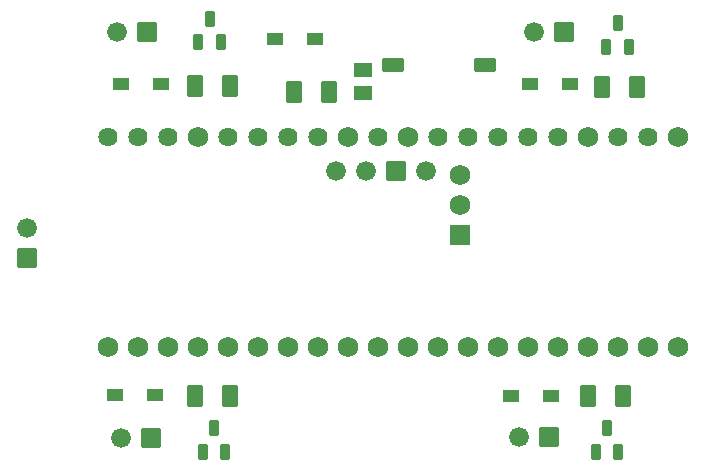
<source format=gts>
G04 Layer: TopSolderMaskLayer*
G04 EasyEDA v6.5.23, 2023-05-02 21:24:27*
G04 e18e553d63b247878dc8903f2d5500c8,4f913e99b9844981aeab8c69eabd27f9,10*
G04 Gerber Generator version 0.2*
G04 Scale: 100 percent, Rotated: No, Reflected: No *
G04 Dimensions in millimeters *
G04 leading zeros omitted , absolute positions ,4 integer and 5 decimal *
%FSLAX45Y45*%
%MOMM*%

%AMMACRO1*1,1,$1,$2,$3*1,1,$1,$4,$5*1,1,$1,0-$2,0-$3*1,1,$1,0-$4,0-$5*20,1,$1,$2,$3,$4,$5,0*20,1,$1,$4,$5,0-$2,0-$3,0*20,1,$1,0-$2,0-$3,0-$4,0-$5,0*20,1,$1,0-$4,0-$5,$2,$3,0*4,1,4,$2,$3,$4,$5,0-$2,0-$3,0-$4,0-$5,$2,$3,0*%
%ADD10MACRO1,0.1016X-0.7874X0.7874X0.7874X0.7874*%
%ADD11C,1.6764*%
%ADD12MACRO1,0.1016X0.7874X-0.7874X-0.7874X-0.7874*%
%ADD13MACRO1,0.1016X0.6X-0.475X-0.6X-0.475*%
%ADD14MACRO1,0.1016X0.7874X0.7874X0.7874X-0.7874*%
%ADD15MACRO1,0.1016X0.875X0.5X0.875X-0.5*%
%ADD16MACRO1,0.1016X0.35X0.625X0.35X-0.625*%
%ADD17MACRO1,0.1016X0.6038X0.8505X0.6038X-0.8505*%
%ADD18MACRO1,0.1016X-0.6038X0.8505X-0.6038X-0.8505*%
%ADD19MACRO1,0.1016X-0.6038X-0.8505X-0.6038X0.8505*%
%ADD20MACRO1,0.1016X0.6038X-0.8505X0.6038X0.8505*%
%ADD21MACRO1,0.1016X0.6885X-0.5663X-0.6885X-0.5663*%
%ADD22MACRO1,0.1016X0.6885X0.5663X-0.6885X0.5663*%
%ADD23C,1.7272*%
%ADD24C,1.6256*%
%ADD25MACRO1,0.2032X-0.762X0.762X0.762X0.762*%
%ADD26MACRO1,0.1016X-0.6X0.475X0.6X0.475*%

%LPD*%
D10*
G01*
X317500Y-2209800D03*
D11*
G01*
X317500Y-1955800D03*
G01*
X3695700Y-1473200D03*
D12*
G01*
X3441700Y-1473200D03*
D11*
G01*
X3187700Y-1473200D03*
G01*
X2933700Y-1473200D03*
D13*
G01*
X2420797Y-355600D03*
G01*
X2760802Y-355600D03*
D11*
G01*
X4483100Y-3721100D03*
D14*
G01*
X4737100Y-3721100D03*
D11*
G01*
X1117600Y-3733800D03*
D14*
G01*
X1371600Y-3733800D03*
D11*
G01*
X1079500Y-292100D03*
D14*
G01*
X1333500Y-292100D03*
D11*
G01*
X4610100Y-292100D03*
D14*
G01*
X4864100Y-292100D03*
D15*
G01*
X3422500Y-571500D03*
G01*
X4197499Y-571500D03*
D16*
G01*
X5137403Y-3846499D03*
G01*
X5327394Y-3846499D03*
G01*
X5232398Y-3646500D03*
G01*
X1810003Y-3846499D03*
G01*
X1999994Y-3846499D03*
G01*
X1904998Y-3646500D03*
G01*
X1771903Y-379399D03*
G01*
X1961894Y-379399D03*
G01*
X1866898Y-179400D03*
G01*
X5226303Y-417499D03*
G01*
X5416294Y-417499D03*
G01*
X5321298Y-217500D03*
D17*
G01*
X5071823Y-3378200D03*
D18*
G01*
X5367576Y-3378200D03*
D17*
G01*
X1744423Y-3378200D03*
D18*
G01*
X2040176Y-3378200D03*
D17*
G01*
X1744423Y-749300D03*
D18*
G01*
X2040176Y-749300D03*
D17*
G01*
X5186123Y-762000D03*
D18*
G01*
X5481876Y-762000D03*
D19*
G01*
X2878376Y-800100D03*
D20*
G01*
X2582623Y-800100D03*
D21*
G01*
X3162300Y-611195D03*
D22*
G01*
X3162300Y-811204D03*
D23*
G01*
X5829300Y-1181100D03*
D24*
G01*
X5575300Y-1181100D03*
G01*
X5321300Y-1181100D03*
D23*
G01*
X5067300Y-1181100D03*
D24*
G01*
X4813300Y-1181100D03*
G01*
X4559300Y-1181100D03*
G01*
X4305300Y-1181100D03*
G01*
X4051300Y-1181100D03*
G01*
X3797300Y-1181100D03*
D23*
G01*
X3543300Y-1181100D03*
D24*
G01*
X3289300Y-1181100D03*
D23*
G01*
X3035300Y-1181100D03*
D24*
G01*
X2781300Y-1181100D03*
G01*
X2527300Y-1181100D03*
G01*
X2273300Y-1181100D03*
G01*
X2019300Y-1181100D03*
D23*
G01*
X1765300Y-1181100D03*
D24*
G01*
X1511300Y-1181100D03*
G01*
X1257300Y-1181100D03*
G01*
X1003300Y-1181100D03*
D23*
G01*
X5829300Y-2959100D03*
G01*
X5575300Y-2959100D03*
G01*
X5321300Y-2959100D03*
G01*
X5067300Y-2959100D03*
G01*
X4813300Y-2959100D03*
G01*
X4559300Y-2959100D03*
G01*
X4305300Y-2959100D03*
G01*
X4051300Y-2959100D03*
G01*
X3797300Y-2959100D03*
G01*
X3543300Y-2959100D03*
G01*
X3289300Y-2959100D03*
G01*
X3035300Y-2959100D03*
G01*
X2781300Y-2959100D03*
G01*
X2527300Y-2959100D03*
G01*
X2273300Y-2959100D03*
G01*
X2019300Y-2959100D03*
G01*
X1765300Y-2959100D03*
G01*
X1511300Y-2959100D03*
G01*
X1257300Y-2959100D03*
G01*
X1003300Y-2959100D03*
G01*
X3986301Y-1757705D03*
G01*
X3986301Y-1503705D03*
D25*
G01*
X3986293Y-2011700D03*
D26*
G01*
X4754702Y-3378200D03*
G01*
X4414697Y-3378200D03*
G01*
X1401902Y-3365500D03*
G01*
X1061897Y-3365500D03*
G01*
X1452702Y-736600D03*
G01*
X1112697Y-736600D03*
G01*
X4919802Y-736600D03*
G01*
X4579797Y-736600D03*
M02*

</source>
